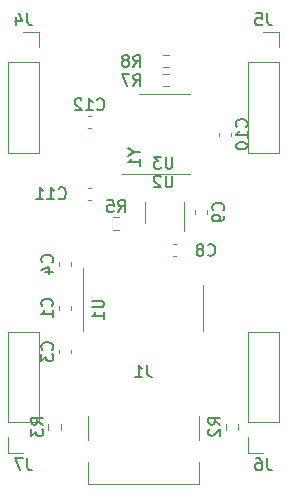
<source format=gbo>
G04 #@! TF.GenerationSoftware,KiCad,Pcbnew,5.1.9+dfsg1-1*
G04 #@! TF.CreationDate,2022-03-10T00:01:25+01:00*
G04 #@! TF.ProjectId,edgedriver,65646765-6472-4697-9665-722e6b696361,rev?*
G04 #@! TF.SameCoordinates,Original*
G04 #@! TF.FileFunction,Legend,Bot*
G04 #@! TF.FilePolarity,Positive*
%FSLAX46Y46*%
G04 Gerber Fmt 4.6, Leading zero omitted, Abs format (unit mm)*
G04 Created by KiCad (PCBNEW 5.1.9+dfsg1-1) date 2022-03-10 00:01:25*
%MOMM*%
%LPD*%
G01*
G04 APERTURE LIST*
%ADD10C,0.120000*%
%ADD11C,0.150000*%
G04 APERTURE END LIST*
D10*
X5060000Y-31000000D02*
X5060000Y-32950000D01*
X5060000Y-31000000D02*
X5060000Y-29050000D01*
X-5060000Y-31000000D02*
X-5060000Y-32950000D01*
X-5060000Y-31000000D02*
X-5060000Y-27550000D01*
X-7160000Y-31096267D02*
X-7160000Y-30803733D01*
X-6140000Y-31096267D02*
X-6140000Y-30803733D01*
X-7160000Y-34503733D02*
X-7160000Y-34796267D01*
X-6140000Y-34503733D02*
X-6140000Y-34796267D01*
X-7160000Y-27103733D02*
X-7160000Y-27396267D01*
X-6140000Y-27103733D02*
X-6140000Y-27396267D01*
X2503733Y-25540000D02*
X2796267Y-25540000D01*
X2503733Y-26560000D02*
X2796267Y-26560000D01*
X4390000Y-22703733D02*
X4390000Y-22996267D01*
X5410000Y-22703733D02*
X5410000Y-22996267D01*
X7460000Y-16396267D02*
X7460000Y-16103733D01*
X6440000Y-16396267D02*
X6440000Y-16103733D01*
X-4403733Y-21810000D02*
X-4696267Y-21810000D01*
X-4403733Y-20790000D02*
X-4696267Y-20790000D01*
X-4403733Y-14690000D02*
X-4696267Y-14690000D01*
X-4403733Y-15710000D02*
X-4696267Y-15710000D01*
X4700000Y-44000000D02*
X4700000Y-45900000D01*
X4700000Y-40100000D02*
X4700000Y-42100000D01*
X-4700000Y-44000000D02*
X-4700000Y-45900000D01*
X-4700000Y-40100000D02*
X-4700000Y-42100000D01*
X4700000Y-45900000D02*
X-4700000Y-45900000D01*
X6977500Y-40745276D02*
X6977500Y-41254724D01*
X8022500Y-40745276D02*
X8022500Y-41254724D01*
X-6977500Y-40745276D02*
X-6977500Y-41254724D01*
X-8022500Y-40745276D02*
X-8022500Y-41254724D01*
X-2045276Y-23277500D02*
X-2554724Y-23277500D01*
X-2045276Y-24322500D02*
X-2554724Y-24322500D01*
X1695276Y-12172500D02*
X2204724Y-12172500D01*
X1695276Y-11127500D02*
X2204724Y-11127500D01*
X1695276Y-9527500D02*
X2204724Y-9527500D01*
X1695276Y-10572500D02*
X2204724Y-10572500D01*
X1800000Y-12815000D02*
X4000000Y-12815000D01*
X1800000Y-12815000D02*
X-400000Y-12815000D01*
X1800000Y-19585000D02*
X4000000Y-19585000D01*
X1800000Y-19585000D02*
X-1800000Y-19585000D01*
X3410000Y-22000000D02*
X3410000Y-24450000D01*
X190000Y-23800000D02*
X190000Y-22000000D01*
X-8830000Y-17840000D02*
X-11490000Y-17840000D01*
X-8830000Y-10160000D02*
X-8830000Y-17840000D01*
X-11490000Y-10160000D02*
X-11490000Y-17840000D01*
X-8830000Y-10160000D02*
X-11490000Y-10160000D01*
X-8830000Y-8890000D02*
X-8830000Y-7560000D01*
X-8830000Y-7560000D02*
X-10160000Y-7560000D01*
X11490000Y-17840000D02*
X8830000Y-17840000D01*
X11490000Y-10160000D02*
X11490000Y-17840000D01*
X8830000Y-10160000D02*
X8830000Y-17840000D01*
X11490000Y-10160000D02*
X8830000Y-10160000D01*
X11490000Y-8890000D02*
X11490000Y-7560000D01*
X11490000Y-7560000D02*
X10160000Y-7560000D01*
X8830000Y-43240000D02*
X10160000Y-43240000D01*
X8830000Y-41910000D02*
X8830000Y-43240000D01*
X8830000Y-40640000D02*
X11490000Y-40640000D01*
X11490000Y-40640000D02*
X11490000Y-32960000D01*
X8830000Y-40640000D02*
X8830000Y-32960000D01*
X8830000Y-32960000D02*
X11490000Y-32960000D01*
X-11490000Y-43240000D02*
X-10160000Y-43240000D01*
X-11490000Y-41910000D02*
X-11490000Y-43240000D01*
X-11490000Y-40640000D02*
X-8830000Y-40640000D01*
X-8830000Y-40640000D02*
X-8830000Y-32960000D01*
X-11490000Y-40640000D02*
X-11490000Y-32960000D01*
X-11490000Y-32960000D02*
X-8830000Y-32960000D01*
D11*
X-4347619Y-30338095D02*
X-3538095Y-30338095D01*
X-3442857Y-30385714D01*
X-3395238Y-30433333D01*
X-3347619Y-30528571D01*
X-3347619Y-30719047D01*
X-3395238Y-30814285D01*
X-3442857Y-30861904D01*
X-3538095Y-30909523D01*
X-4347619Y-30909523D01*
X-3347619Y-31909523D02*
X-3347619Y-31338095D01*
X-3347619Y-31623809D02*
X-4347619Y-31623809D01*
X-4204761Y-31528571D01*
X-4109523Y-31433333D01*
X-4061904Y-31338095D01*
X-7742857Y-30783333D02*
X-7695238Y-30735714D01*
X-7647619Y-30592857D01*
X-7647619Y-30497619D01*
X-7695238Y-30354761D01*
X-7790476Y-30259523D01*
X-7885714Y-30211904D01*
X-8076190Y-30164285D01*
X-8219047Y-30164285D01*
X-8409523Y-30211904D01*
X-8504761Y-30259523D01*
X-8600000Y-30354761D01*
X-8647619Y-30497619D01*
X-8647619Y-30592857D01*
X-8600000Y-30735714D01*
X-8552380Y-30783333D01*
X-7647619Y-31735714D02*
X-7647619Y-31164285D01*
X-7647619Y-31450000D02*
X-8647619Y-31450000D01*
X-8504761Y-31354761D01*
X-8409523Y-31259523D01*
X-8361904Y-31164285D01*
X-7722857Y-34483333D02*
X-7675238Y-34435714D01*
X-7627619Y-34292857D01*
X-7627619Y-34197619D01*
X-7675238Y-34054761D01*
X-7770476Y-33959523D01*
X-7865714Y-33911904D01*
X-8056190Y-33864285D01*
X-8199047Y-33864285D01*
X-8389523Y-33911904D01*
X-8484761Y-33959523D01*
X-8580000Y-34054761D01*
X-8627619Y-34197619D01*
X-8627619Y-34292857D01*
X-8580000Y-34435714D01*
X-8532380Y-34483333D01*
X-8627619Y-34816666D02*
X-8627619Y-35435714D01*
X-8246666Y-35102380D01*
X-8246666Y-35245238D01*
X-8199047Y-35340476D01*
X-8151428Y-35388095D01*
X-8056190Y-35435714D01*
X-7818095Y-35435714D01*
X-7722857Y-35388095D01*
X-7675238Y-35340476D01*
X-7627619Y-35245238D01*
X-7627619Y-34959523D01*
X-7675238Y-34864285D01*
X-7722857Y-34816666D01*
X-7722857Y-27083333D02*
X-7675238Y-27035714D01*
X-7627619Y-26892857D01*
X-7627619Y-26797619D01*
X-7675238Y-26654761D01*
X-7770476Y-26559523D01*
X-7865714Y-26511904D01*
X-8056190Y-26464285D01*
X-8199047Y-26464285D01*
X-8389523Y-26511904D01*
X-8484761Y-26559523D01*
X-8580000Y-26654761D01*
X-8627619Y-26797619D01*
X-8627619Y-26892857D01*
X-8580000Y-27035714D01*
X-8532380Y-27083333D01*
X-8294285Y-27940476D02*
X-7627619Y-27940476D01*
X-8675238Y-27702380D02*
X-7960952Y-27464285D01*
X-7960952Y-28083333D01*
X5466666Y-26457142D02*
X5514285Y-26504761D01*
X5657142Y-26552380D01*
X5752380Y-26552380D01*
X5895238Y-26504761D01*
X5990476Y-26409523D01*
X6038095Y-26314285D01*
X6085714Y-26123809D01*
X6085714Y-25980952D01*
X6038095Y-25790476D01*
X5990476Y-25695238D01*
X5895238Y-25600000D01*
X5752380Y-25552380D01*
X5657142Y-25552380D01*
X5514285Y-25600000D01*
X5466666Y-25647619D01*
X4895238Y-25980952D02*
X4990476Y-25933333D01*
X5038095Y-25885714D01*
X5085714Y-25790476D01*
X5085714Y-25742857D01*
X5038095Y-25647619D01*
X4990476Y-25600000D01*
X4895238Y-25552380D01*
X4704761Y-25552380D01*
X4609523Y-25600000D01*
X4561904Y-25647619D01*
X4514285Y-25742857D01*
X4514285Y-25790476D01*
X4561904Y-25885714D01*
X4609523Y-25933333D01*
X4704761Y-25980952D01*
X4895238Y-25980952D01*
X4990476Y-26028571D01*
X5038095Y-26076190D01*
X5085714Y-26171428D01*
X5085714Y-26361904D01*
X5038095Y-26457142D01*
X4990476Y-26504761D01*
X4895238Y-26552380D01*
X4704761Y-26552380D01*
X4609523Y-26504761D01*
X4561904Y-26457142D01*
X4514285Y-26361904D01*
X4514285Y-26171428D01*
X4561904Y-26076190D01*
X4609523Y-26028571D01*
X4704761Y-25980952D01*
X6757142Y-22683333D02*
X6804761Y-22635714D01*
X6852380Y-22492857D01*
X6852380Y-22397619D01*
X6804761Y-22254761D01*
X6709523Y-22159523D01*
X6614285Y-22111904D01*
X6423809Y-22064285D01*
X6280952Y-22064285D01*
X6090476Y-22111904D01*
X5995238Y-22159523D01*
X5900000Y-22254761D01*
X5852380Y-22397619D01*
X5852380Y-22492857D01*
X5900000Y-22635714D01*
X5947619Y-22683333D01*
X6852380Y-23159523D02*
X6852380Y-23350000D01*
X6804761Y-23445238D01*
X6757142Y-23492857D01*
X6614285Y-23588095D01*
X6423809Y-23635714D01*
X6042857Y-23635714D01*
X5947619Y-23588095D01*
X5900000Y-23540476D01*
X5852380Y-23445238D01*
X5852380Y-23254761D01*
X5900000Y-23159523D01*
X5947619Y-23111904D01*
X6042857Y-23064285D01*
X6280952Y-23064285D01*
X6376190Y-23111904D01*
X6423809Y-23159523D01*
X6471428Y-23254761D01*
X6471428Y-23445238D01*
X6423809Y-23540476D01*
X6376190Y-23588095D01*
X6280952Y-23635714D01*
X8737142Y-15607142D02*
X8784761Y-15559523D01*
X8832380Y-15416666D01*
X8832380Y-15321428D01*
X8784761Y-15178571D01*
X8689523Y-15083333D01*
X8594285Y-15035714D01*
X8403809Y-14988095D01*
X8260952Y-14988095D01*
X8070476Y-15035714D01*
X7975238Y-15083333D01*
X7880000Y-15178571D01*
X7832380Y-15321428D01*
X7832380Y-15416666D01*
X7880000Y-15559523D01*
X7927619Y-15607142D01*
X8832380Y-16559523D02*
X8832380Y-15988095D01*
X8832380Y-16273809D02*
X7832380Y-16273809D01*
X7975238Y-16178571D01*
X8070476Y-16083333D01*
X8118095Y-15988095D01*
X7832380Y-17178571D02*
X7832380Y-17273809D01*
X7880000Y-17369047D01*
X7927619Y-17416666D01*
X8022857Y-17464285D01*
X8213333Y-17511904D01*
X8451428Y-17511904D01*
X8641904Y-17464285D01*
X8737142Y-17416666D01*
X8784761Y-17369047D01*
X8832380Y-17273809D01*
X8832380Y-17178571D01*
X8784761Y-17083333D01*
X8737142Y-17035714D01*
X8641904Y-16988095D01*
X8451428Y-16940476D01*
X8213333Y-16940476D01*
X8022857Y-16988095D01*
X7927619Y-17035714D01*
X7880000Y-17083333D01*
X7832380Y-17178571D01*
X-7157142Y-21657142D02*
X-7109523Y-21704761D01*
X-6966666Y-21752380D01*
X-6871428Y-21752380D01*
X-6728571Y-21704761D01*
X-6633333Y-21609523D01*
X-6585714Y-21514285D01*
X-6538095Y-21323809D01*
X-6538095Y-21180952D01*
X-6585714Y-20990476D01*
X-6633333Y-20895238D01*
X-6728571Y-20800000D01*
X-6871428Y-20752380D01*
X-6966666Y-20752380D01*
X-7109523Y-20800000D01*
X-7157142Y-20847619D01*
X-8109523Y-21752380D02*
X-7538095Y-21752380D01*
X-7823809Y-21752380D02*
X-7823809Y-20752380D01*
X-7728571Y-20895238D01*
X-7633333Y-20990476D01*
X-7538095Y-21038095D01*
X-9061904Y-21752380D02*
X-8490476Y-21752380D01*
X-8776190Y-21752380D02*
X-8776190Y-20752380D01*
X-8680952Y-20895238D01*
X-8585714Y-20990476D01*
X-8490476Y-21038095D01*
X-3907142Y-14127142D02*
X-3859523Y-14174761D01*
X-3716666Y-14222380D01*
X-3621428Y-14222380D01*
X-3478571Y-14174761D01*
X-3383333Y-14079523D01*
X-3335714Y-13984285D01*
X-3288095Y-13793809D01*
X-3288095Y-13650952D01*
X-3335714Y-13460476D01*
X-3383333Y-13365238D01*
X-3478571Y-13270000D01*
X-3621428Y-13222380D01*
X-3716666Y-13222380D01*
X-3859523Y-13270000D01*
X-3907142Y-13317619D01*
X-4859523Y-14222380D02*
X-4288095Y-14222380D01*
X-4573809Y-14222380D02*
X-4573809Y-13222380D01*
X-4478571Y-13365238D01*
X-4383333Y-13460476D01*
X-4288095Y-13508095D01*
X-5240476Y-13317619D02*
X-5288095Y-13270000D01*
X-5383333Y-13222380D01*
X-5621428Y-13222380D01*
X-5716666Y-13270000D01*
X-5764285Y-13317619D01*
X-5811904Y-13412857D01*
X-5811904Y-13508095D01*
X-5764285Y-13650952D01*
X-5192857Y-14222380D01*
X-5811904Y-14222380D01*
X333333Y-35807380D02*
X333333Y-36521666D01*
X380952Y-36664523D01*
X476190Y-36759761D01*
X619047Y-36807380D01*
X714285Y-36807380D01*
X-666666Y-36807380D02*
X-95238Y-36807380D01*
X-380952Y-36807380D02*
X-380952Y-35807380D01*
X-285714Y-35950238D01*
X-190476Y-36045476D01*
X-95238Y-36093095D01*
X6522380Y-40833333D02*
X6046190Y-40500000D01*
X6522380Y-40261904D02*
X5522380Y-40261904D01*
X5522380Y-40642857D01*
X5570000Y-40738095D01*
X5617619Y-40785714D01*
X5712857Y-40833333D01*
X5855714Y-40833333D01*
X5950952Y-40785714D01*
X5998571Y-40738095D01*
X6046190Y-40642857D01*
X6046190Y-40261904D01*
X5617619Y-41214285D02*
X5570000Y-41261904D01*
X5522380Y-41357142D01*
X5522380Y-41595238D01*
X5570000Y-41690476D01*
X5617619Y-41738095D01*
X5712857Y-41785714D01*
X5808095Y-41785714D01*
X5950952Y-41738095D01*
X6522380Y-41166666D01*
X6522380Y-41785714D01*
X-8477619Y-40833333D02*
X-8953809Y-40500000D01*
X-8477619Y-40261904D02*
X-9477619Y-40261904D01*
X-9477619Y-40642857D01*
X-9430000Y-40738095D01*
X-9382380Y-40785714D01*
X-9287142Y-40833333D01*
X-9144285Y-40833333D01*
X-9049047Y-40785714D01*
X-9001428Y-40738095D01*
X-8953809Y-40642857D01*
X-8953809Y-40261904D01*
X-9477619Y-41166666D02*
X-9477619Y-41785714D01*
X-9096666Y-41452380D01*
X-9096666Y-41595238D01*
X-9049047Y-41690476D01*
X-9001428Y-41738095D01*
X-8906190Y-41785714D01*
X-8668095Y-41785714D01*
X-8572857Y-41738095D01*
X-8525238Y-41690476D01*
X-8477619Y-41595238D01*
X-8477619Y-41309523D01*
X-8525238Y-41214285D01*
X-8572857Y-41166666D01*
X-2133333Y-22822380D02*
X-1800000Y-22346190D01*
X-1561904Y-22822380D02*
X-1561904Y-21822380D01*
X-1942857Y-21822380D01*
X-2038095Y-21870000D01*
X-2085714Y-21917619D01*
X-2133333Y-22012857D01*
X-2133333Y-22155714D01*
X-2085714Y-22250952D01*
X-2038095Y-22298571D01*
X-1942857Y-22346190D01*
X-1561904Y-22346190D01*
X-3038095Y-21822380D02*
X-2561904Y-21822380D01*
X-2514285Y-22298571D01*
X-2561904Y-22250952D01*
X-2657142Y-22203333D01*
X-2895238Y-22203333D01*
X-2990476Y-22250952D01*
X-3038095Y-22298571D01*
X-3085714Y-22393809D01*
X-3085714Y-22631904D01*
X-3038095Y-22727142D01*
X-2990476Y-22774761D01*
X-2895238Y-22822380D01*
X-2657142Y-22822380D01*
X-2561904Y-22774761D01*
X-2514285Y-22727142D01*
X-833333Y-12152380D02*
X-500000Y-11676190D01*
X-261904Y-12152380D02*
X-261904Y-11152380D01*
X-642857Y-11152380D01*
X-738095Y-11200000D01*
X-785714Y-11247619D01*
X-833333Y-11342857D01*
X-833333Y-11485714D01*
X-785714Y-11580952D01*
X-738095Y-11628571D01*
X-642857Y-11676190D01*
X-261904Y-11676190D01*
X-1166666Y-11152380D02*
X-1833333Y-11152380D01*
X-1404761Y-12152380D01*
X-833333Y-10552380D02*
X-500000Y-10076190D01*
X-261904Y-10552380D02*
X-261904Y-9552380D01*
X-642857Y-9552380D01*
X-738095Y-9600000D01*
X-785714Y-9647619D01*
X-833333Y-9742857D01*
X-833333Y-9885714D01*
X-785714Y-9980952D01*
X-738095Y-10028571D01*
X-642857Y-10076190D01*
X-261904Y-10076190D01*
X-1404761Y-9980952D02*
X-1309523Y-9933333D01*
X-1261904Y-9885714D01*
X-1214285Y-9790476D01*
X-1214285Y-9742857D01*
X-1261904Y-9647619D01*
X-1309523Y-9600000D01*
X-1404761Y-9552380D01*
X-1595238Y-9552380D01*
X-1690476Y-9600000D01*
X-1738095Y-9647619D01*
X-1785714Y-9742857D01*
X-1785714Y-9790476D01*
X-1738095Y-9885714D01*
X-1690476Y-9933333D01*
X-1595238Y-9980952D01*
X-1404761Y-9980952D01*
X-1309523Y-10028571D01*
X-1261904Y-10076190D01*
X-1214285Y-10171428D01*
X-1214285Y-10361904D01*
X-1261904Y-10457142D01*
X-1309523Y-10504761D01*
X-1404761Y-10552380D01*
X-1595238Y-10552380D01*
X-1690476Y-10504761D01*
X-1738095Y-10457142D01*
X-1785714Y-10361904D01*
X-1785714Y-10171428D01*
X-1738095Y-10076190D01*
X-1690476Y-10028571D01*
X-1595238Y-9980952D01*
X2461904Y-18152380D02*
X2461904Y-18961904D01*
X2414285Y-19057142D01*
X2366666Y-19104761D01*
X2271428Y-19152380D01*
X2080952Y-19152380D01*
X1985714Y-19104761D01*
X1938095Y-19057142D01*
X1890476Y-18961904D01*
X1890476Y-18152380D01*
X1509523Y-18152380D02*
X890476Y-18152380D01*
X1223809Y-18533333D01*
X1080952Y-18533333D01*
X985714Y-18580952D01*
X938095Y-18628571D01*
X890476Y-18723809D01*
X890476Y-18961904D01*
X938095Y-19057142D01*
X985714Y-19104761D01*
X1080952Y-19152380D01*
X1366666Y-19152380D01*
X1461904Y-19104761D01*
X1509523Y-19057142D01*
X-763809Y-17723809D02*
X-287619Y-17723809D01*
X-1287619Y-17390476D02*
X-763809Y-17723809D01*
X-1287619Y-18057142D01*
X-287619Y-18914285D02*
X-287619Y-18342857D01*
X-287619Y-18628571D02*
X-1287619Y-18628571D01*
X-1144761Y-18533333D01*
X-1049523Y-18438095D01*
X-1001904Y-18342857D01*
X2461904Y-19752380D02*
X2461904Y-20561904D01*
X2414285Y-20657142D01*
X2366666Y-20704761D01*
X2271428Y-20752380D01*
X2080952Y-20752380D01*
X1985714Y-20704761D01*
X1938095Y-20657142D01*
X1890476Y-20561904D01*
X1890476Y-19752380D01*
X1461904Y-19847619D02*
X1414285Y-19800000D01*
X1319047Y-19752380D01*
X1080952Y-19752380D01*
X985714Y-19800000D01*
X938095Y-19847619D01*
X890476Y-19942857D01*
X890476Y-20038095D01*
X938095Y-20180952D01*
X1509523Y-20752380D01*
X890476Y-20752380D01*
X-9826666Y-6012380D02*
X-9826666Y-6726666D01*
X-9779047Y-6869523D01*
X-9683809Y-6964761D01*
X-9540952Y-7012380D01*
X-9445714Y-7012380D01*
X-10731428Y-6345714D02*
X-10731428Y-7012380D01*
X-10493333Y-5964761D02*
X-10255238Y-6679047D01*
X-10874285Y-6679047D01*
X10493333Y-6012380D02*
X10493333Y-6726666D01*
X10540952Y-6869523D01*
X10636190Y-6964761D01*
X10779047Y-7012380D01*
X10874285Y-7012380D01*
X9540952Y-6012380D02*
X10017142Y-6012380D01*
X10064761Y-6488571D01*
X10017142Y-6440952D01*
X9921904Y-6393333D01*
X9683809Y-6393333D01*
X9588571Y-6440952D01*
X9540952Y-6488571D01*
X9493333Y-6583809D01*
X9493333Y-6821904D01*
X9540952Y-6917142D01*
X9588571Y-6964761D01*
X9683809Y-7012380D01*
X9921904Y-7012380D01*
X10017142Y-6964761D01*
X10064761Y-6917142D01*
X10493333Y-43692380D02*
X10493333Y-44406666D01*
X10540952Y-44549523D01*
X10636190Y-44644761D01*
X10779047Y-44692380D01*
X10874285Y-44692380D01*
X9588571Y-43692380D02*
X9779047Y-43692380D01*
X9874285Y-43740000D01*
X9921904Y-43787619D01*
X10017142Y-43930476D01*
X10064761Y-44120952D01*
X10064761Y-44501904D01*
X10017142Y-44597142D01*
X9969523Y-44644761D01*
X9874285Y-44692380D01*
X9683809Y-44692380D01*
X9588571Y-44644761D01*
X9540952Y-44597142D01*
X9493333Y-44501904D01*
X9493333Y-44263809D01*
X9540952Y-44168571D01*
X9588571Y-44120952D01*
X9683809Y-44073333D01*
X9874285Y-44073333D01*
X9969523Y-44120952D01*
X10017142Y-44168571D01*
X10064761Y-44263809D01*
X-9826666Y-43692380D02*
X-9826666Y-44406666D01*
X-9779047Y-44549523D01*
X-9683809Y-44644761D01*
X-9540952Y-44692380D01*
X-9445714Y-44692380D01*
X-10207619Y-43692380D02*
X-10874285Y-43692380D01*
X-10445714Y-44692380D01*
M02*

</source>
